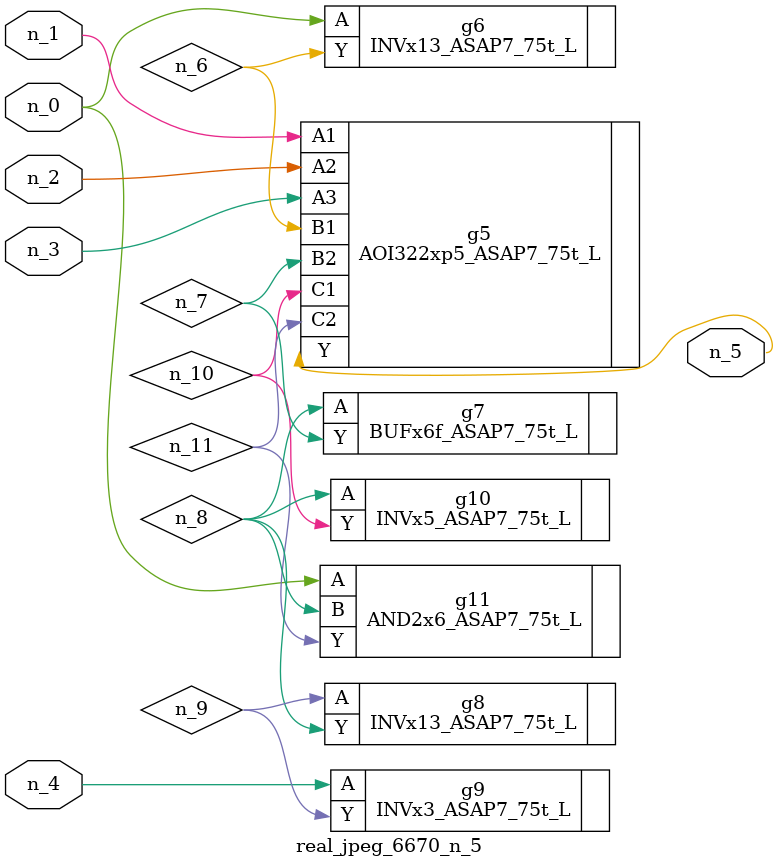
<source format=v>
module real_jpeg_6670_n_5 (n_4, n_0, n_1, n_2, n_3, n_5);

input n_4;
input n_0;
input n_1;
input n_2;
input n_3;

output n_5;

wire n_8;
wire n_11;
wire n_6;
wire n_7;
wire n_10;
wire n_9;

INVx13_ASAP7_75t_L g6 ( 
.A(n_0),
.Y(n_6)
);

AND2x6_ASAP7_75t_L g11 ( 
.A(n_0),
.B(n_8),
.Y(n_11)
);

AOI322xp5_ASAP7_75t_L g5 ( 
.A1(n_1),
.A2(n_2),
.A3(n_3),
.B1(n_6),
.B2(n_7),
.C1(n_10),
.C2(n_11),
.Y(n_5)
);

INVx3_ASAP7_75t_L g9 ( 
.A(n_4),
.Y(n_9)
);

BUFx6f_ASAP7_75t_L g7 ( 
.A(n_8),
.Y(n_7)
);

INVx5_ASAP7_75t_L g10 ( 
.A(n_8),
.Y(n_10)
);

INVx13_ASAP7_75t_L g8 ( 
.A(n_9),
.Y(n_8)
);


endmodule
</source>
